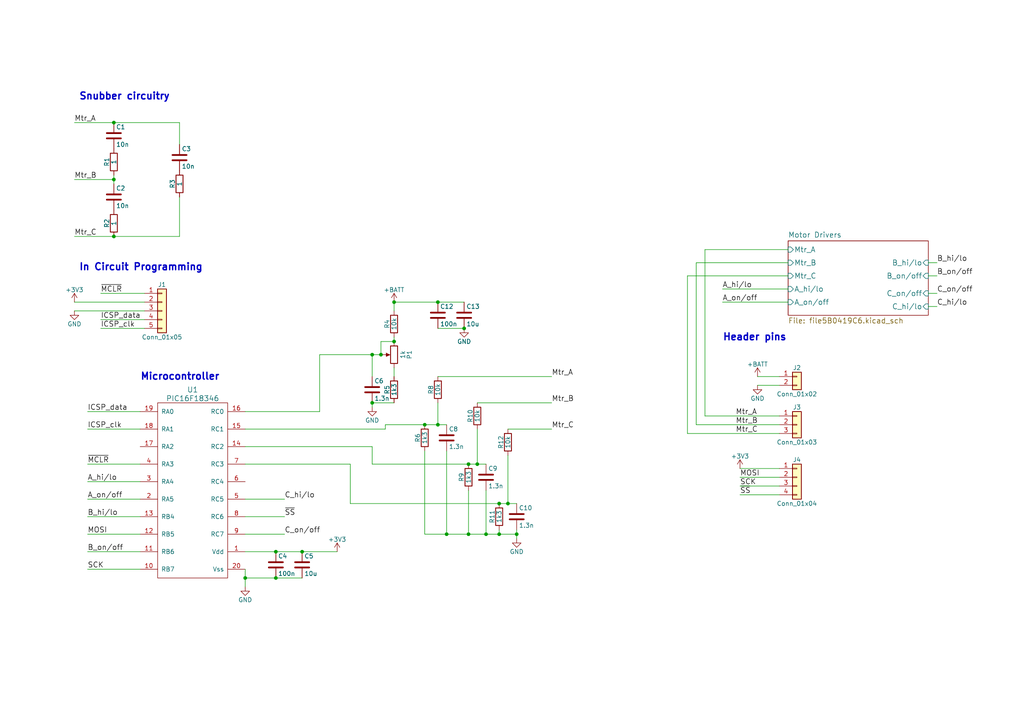
<source format=kicad_sch>
(kicad_sch (version 20211123) (generator eeschema)
  (paper "A4")
  (lib_symbols
    (symbol "ESC-rescue:+3.3V" (power) (pin_names (offset 0))
      (property "Value" "+3.3V" (at 0 3.556 0))
      (symbol "+3.3V_0_1"
        (polyline (pts (xy -0.762 1.27) (xy 0 2.54)))
        (polyline (pts (xy 0 0) (xy 0 2.54)))
        (polyline (pts (xy 0 2.54) (xy 0.762 1.27)))
      )
      (symbol "+3.3V_1_1"
        (pin power_in line (at 0 0 90) (length 0) hide (name "+3V3") (number "1"))
      )
    )
    (symbol "ESC-rescue:+BATT" (power) (pin_names (offset 0))
      (property "Value" "+BATT" (at 0 3.556 0))
      (symbol "+BATT_0_1"
        (polyline (pts (xy -0.762 1.27) (xy 0 2.54)))
        (polyline (pts (xy 0 0) (xy 0 2.54)))
        (polyline (pts (xy 0 2.54) (xy 0.762 1.27)))
      )
      (symbol "+BATT_1_1"
        (pin power_in line (at 0 0 90) (length 0) hide (name "+BATT") (number "1"))
      )
    )
    (symbol "ESC-rescue:C" (pin_numbers hide) (pin_names (offset 0.254))
      (property "Reference" "C" (at 0.635 2.54 0))
      (property "Value" "C" (at 0.635 -2.54 0))
      (symbol "C_0_1"
        (polyline (pts (xy -2.032 -0.762) (xy 2.032 -0.762)) (stroke (width 0.508)))
        (polyline (pts (xy -2.032 0.762) (xy 2.032 0.762)) (stroke (width 0.508)))
      )
      (symbol "C_1_1"
        (pin passive line (at 0 3.81 270) (length 2.794) (name "~") (number "1"))
        (pin passive line (at 0 -3.81 90) (length 2.794) (name "~") (number "2"))
      )
    )
    (symbol "ESC-rescue:Conn_01x02" (pin_names (offset 1.016) hide)
      (property "Reference" "J" (at 0 2.54 0))
      (property "Value" "Conn_01x02" (at 0 -5.08 0))
      (symbol "Conn_01x02_1_1"
        (rectangle (start -1.27 -2.413) (end 0 -2.667) (stroke (width 0.1524)))
        (rectangle (start -1.27 0.127) (end 0 -0.127) (stroke (width 0.1524)))
        (rectangle (start -1.27 1.27) (end 1.27 -3.81) (stroke (width 0.254)) (fill (type background)))
        (pin passive line (at -5.08 0 0) (length 3.81) (name "Pin_1") (number "1"))
        (pin passive line (at -5.08 -2.54 0) (length 3.81) (name "Pin_2") (number "2"))
      )
    )
    (symbol "ESC-rescue:Conn_01x03" (pin_names (offset 1.016) hide)
      (property "Reference" "J" (at 0 5.08 0))
      (property "Value" "Conn_01x03" (at 0 -5.08 0))
      (symbol "Conn_01x03_1_1"
        (rectangle (start -1.27 -2.413) (end 0 -2.667) (stroke (width 0.1524)))
        (rectangle (start -1.27 0.127) (end 0 -0.127) (stroke (width 0.1524)))
        (rectangle (start -1.27 2.667) (end 0 2.413) (stroke (width 0.1524)))
        (rectangle (start -1.27 3.81) (end 1.27 -3.81) (stroke (width 0.254)) (fill (type background)))
        (pin passive line (at -5.08 2.54 0) (length 3.81) (name "Pin_1") (number "1"))
        (pin passive line (at -5.08 0 0) (length 3.81) (name "Pin_2") (number "2"))
        (pin passive line (at -5.08 -2.54 0) (length 3.81) (name "Pin_3") (number "3"))
      )
    )
    (symbol "ESC-rescue:Conn_01x04" (pin_names (offset 1.016) hide)
      (property "Reference" "J" (at 0 5.08 0))
      (property "Value" "Conn_01x04" (at 0 -7.62 0))
      (symbol "Conn_01x04_1_1"
        (rectangle (start -1.27 -4.953) (end 0 -5.207) (stroke (width 0.1524)))
        (rectangle (start -1.27 -2.413) (end 0 -2.667) (stroke (width 0.1524)))
        (rectangle (start -1.27 0.127) (end 0 -0.127) (stroke (width 0.1524)))
        (rectangle (start -1.27 2.667) (end 0 2.413) (stroke (width 0.1524)))
        (rectangle (start -1.27 3.81) (end 1.27 -6.35) (stroke (width 0.254)) (fill (type background)))
        (pin passive line (at -5.08 2.54 0) (length 3.81) (name "Pin_1") (number "1"))
        (pin passive line (at -5.08 0 0) (length 3.81) (name "Pin_2") (number "2"))
        (pin passive line (at -5.08 -2.54 0) (length 3.81) (name "Pin_3") (number "3"))
        (pin passive line (at -5.08 -5.08 0) (length 3.81) (name "Pin_4") (number "4"))
      )
    )
    (symbol "ESC-rescue:Conn_01x05" (pin_names (offset 1.016) hide)
      (property "Reference" "J" (at 0 7.62 0))
      (property "Value" "Conn_01x05" (at 0 -7.62 0))
      (symbol "Conn_01x05_1_1"
        (rectangle (start -1.27 -4.953) (end 0 -5.207) (stroke (width 0.1524)))
        (rectangle (start -1.27 -2.413) (end 0 -2.667) (stroke (width 0.1524)))
        (rectangle (start -1.27 0.127) (end 0 -0.127) (stroke (width 0.1524)))
        (rectangle (start -1.27 2.667) (end 0 2.413) (stroke (width 0.1524)))
        (rectangle (start -1.27 5.207) (end 0 4.953) (stroke (width 0.1524)))
        (rectangle (start -1.27 6.35) (end 1.27 -6.35) (stroke (width 0.254)) (fill (type background)))
        (pin passive line (at -5.08 5.08 0) (length 3.81) (name "Pin_1") (number "1"))
        (pin passive line (at -5.08 2.54 0) (length 3.81) (name "Pin_2") (number "2"))
        (pin passive line (at -5.08 0 0) (length 3.81) (name "Pin_3") (number "3"))
        (pin passive line (at -5.08 -2.54 0) (length 3.81) (name "Pin_4") (number "4"))
        (pin passive line (at -5.08 -5.08 0) (length 3.81) (name "Pin_5") (number "5"))
      )
    )
    (symbol "ESC-rescue:GND" (power) (pin_names (offset 0))
      (property "Value" "GND" (at 0 -3.81 0))
      (symbol "GND_0_1"
        (polyline (pts (xy 0 0) (xy 0 -1.27) (xy 1.27 -1.27) (xy 0 -2.54) (xy -1.27 -1.27) (xy 0 -1.27)))
      )
      (symbol "GND_1_1"
        (pin power_in line (at 0 0 270) (length 0) hide (name "GND") (number "1"))
      )
    )
    (symbol "ESC-rescue:PIC16F18346" (pin_names (offset 1.016))
      (property "Reference" "U" (at 0 29.21 0))
      (property "Value" "PIC16F18346" (at 0 26.67 0))
      (symbol "PIC16F18346_0_1"
        (rectangle (start -10.16 25.4) (end 10.16 -25.4))
      )
      (symbol "PIC16F18346_1_1"
        (pin power_in line (at 15.24 -17.78 180) (length 5.08) (name "Vdd") (number "1"))
        (pin bidirectional line (at -15.24 -22.86 0) (length 5.08) (name "RB7") (number "10"))
        (pin bidirectional line (at -15.24 -17.78 0) (length 5.08) (name "RB6") (number "11"))
        (pin bidirectional line (at -15.24 -12.7 0) (length 5.08) (name "RB5") (number "12"))
        (pin bidirectional line (at -15.24 -7.62 0) (length 5.08) (name "RB4") (number "13"))
        (pin bidirectional line (at 15.24 12.7 180) (length 5.08) (name "RC2") (number "14"))
        (pin bidirectional line (at 15.24 17.78 180) (length 5.08) (name "RC1") (number "15"))
        (pin bidirectional line (at 15.24 22.86 180) (length 5.08) (name "RC0") (number "16"))
        (pin bidirectional line (at -15.24 12.7 0) (length 5.08) (name "RA2") (number "17"))
        (pin bidirectional line (at -15.24 17.78 0) (length 5.08) (name "RA1") (number "18"))
        (pin bidirectional line (at -15.24 22.86 0) (length 5.08) (name "RA0") (number "19"))
        (pin bidirectional line (at -15.24 -2.54 0) (length 5.08) (name "RA5") (number "2"))
        (pin power_in line (at 15.24 -22.86 180) (length 5.08) (name "Vss") (number "20"))
        (pin bidirectional line (at -15.24 2.54 0) (length 5.08) (name "RA4") (number "3"))
        (pin bidirectional line (at -15.24 7.62 0) (length 5.08) (name "RA3") (number "4"))
        (pin bidirectional line (at 15.24 -2.54 180) (length 5.08) (name "RC5") (number "5"))
        (pin bidirectional line (at 15.24 2.54 180) (length 5.08) (name "RC4") (number "6"))
        (pin bidirectional line (at 15.24 7.62 180) (length 5.08) (name "RC3") (number "7"))
        (pin bidirectional line (at 15.24 -7.62 180) (length 5.08) (name "RC6") (number "8"))
        (pin bidirectional line (at 15.24 -12.7 180) (length 5.08) (name "RC7") (number "9"))
      )
    )
    (symbol "ESC-rescue:POT" (pin_numbers hide) (pin_names (offset 1.016) hide)
      (property "Reference" "RV" (at -4.445 0 90))
      (property "Value" "POT" (at -2.54 0 90))
      (symbol "POT_0_1"
        (polyline (pts (xy 2.54 0) (xy 1.524 0)))
        (polyline (pts (xy 1.143 0) (xy 2.286 0.508) (xy 2.286 -0.508)) (fill (type outline)))
        (rectangle (start 1.016 2.54) (end -1.016 -2.54) (stroke (width 0.254)))
      )
      (symbol "POT_1_1"
        (pin passive line (at 0 3.81 270) (length 1.27) (name "1") (number "1"))
        (pin passive line (at 3.81 0 180) (length 1.27) (name "2") (number "2"))
        (pin passive line (at 0 -3.81 90) (length 1.27) (name "3") (number "3"))
      )
    )
    (symbol "ESC-rescue:R" (pin_numbers hide) (pin_names (offset 0))
      (property "Reference" "R" (at 2.032 0 90))
      (property "Value" "R" (at 0 0 90))
      (symbol "R_0_1"
        (rectangle (start -1.016 -2.54) (end 1.016 2.54) (stroke (width 0.254)))
      )
      (symbol "R_1_1"
        (pin passive line (at 0 3.81 270) (length 1.27) (name "~") (number "1"))
        (pin passive line (at 0 -3.81 90) (length 1.27) (name "~") (number "2"))
      )
    )
  )
  (junction (at 87.63 160.02))
  (junction (at 140.97 154.94))
  (junction (at 138.43 134.62))
  (junction (at 80.01 167.64))
  (junction (at 80.01 160.02))
  (junction (at 135.89 154.94))
  (junction (at 127 123.19))
  (junction (at 71.12 167.64))
  (junction (at 144.78 146.05))
  (junction (at 123.19 123.19))
  (junction (at 114.3 87.63))
  (junction (at 33.02 35.56))
  (junction (at 33.02 68.58))
  (junction (at 135.89 134.62))
  (junction (at 134.62 95.25))
  (junction (at 147.32 146.05))
  (junction (at 127 87.63))
  (junction (at 144.78 154.94))
  (junction (at 149.86 154.94))
  (junction (at 129.54 154.94))
  (junction (at 110.49 102.87))
  (junction (at 114.3 99.06))
  (junction (at 107.95 116.84))
  (junction (at 107.95 102.87))
  (junction (at 33.02 52.07))
  (wire (pts (xy 214.63 140.97) (xy 226.06 140.97)))
  (wire (pts (xy 138.43 124.46) (xy 138.43 134.62)))
  (wire (pts (xy 214.63 135.89) (xy 226.06 135.89)))
  (wire (pts (xy 135.89 134.62) (xy 138.43 134.62)))
  (wire (pts (xy 101.6 146.05) (xy 144.78 146.05)))
  (wire (pts (xy 147.32 124.46) (xy 160.02 124.46)))
  (wire (pts (xy 40.64 160.02) (xy 25.4 160.02)))
  (wire (pts (xy 52.07 35.56) (xy 52.07 41.91)))
  (wire (pts (xy 110.49 99.06) (xy 114.3 99.06)))
  (wire (pts (xy 40.64 119.38) (xy 25.4 119.38)))
  (wire (pts (xy 71.12 154.94) (xy 82.55 154.94)))
  (wire (pts (xy 228.6 87.63) (xy 209.55 87.63)))
  (wire (pts (xy 71.12 144.78) (xy 82.55 144.78)))
  (wire (pts (xy 129.54 154.94) (xy 129.54 130.81)))
  (wire (pts (xy 199.39 125.73) (xy 226.06 125.73)))
  (wire (pts (xy 40.64 134.62) (xy 25.4 134.62)))
  (wire (pts (xy 21.59 35.56) (xy 33.02 35.56)))
  (wire (pts (xy 147.32 132.08) (xy 147.32 146.05)))
  (wire (pts (xy 127 87.63) (xy 134.62 87.63)))
  (wire (pts (xy 201.93 123.19) (xy 226.06 123.19)))
  (wire (pts (xy 127 123.19) (xy 129.54 123.19)))
  (wire (pts (xy 107.95 118.11) (xy 107.95 116.84)))
  (wire (pts (xy 144.78 146.05) (xy 147.32 146.05)))
  (wire (pts (xy 92.71 102.87) (xy 92.71 119.38)))
  (wire (pts (xy 40.64 124.46) (xy 25.4 124.46)))
  (wire (pts (xy 204.47 120.65) (xy 204.47 72.39)))
  (wire (pts (xy 41.91 95.25) (xy 29.21 95.25)))
  (wire (pts (xy 201.93 76.2) (xy 228.6 76.2)))
  (wire (pts (xy 199.39 80.01) (xy 228.6 80.01)))
  (wire (pts (xy 33.02 50.8) (xy 33.02 52.07)))
  (wire (pts (xy 127 95.25) (xy 134.62 95.25)))
  (wire (pts (xy 149.86 154.94) (xy 149.86 156.21)))
  (wire (pts (xy 71.12 160.02) (xy 80.01 160.02)))
  (wire (pts (xy 33.02 35.56) (xy 52.07 35.56)))
  (wire (pts (xy 114.3 87.63) (xy 114.3 90.17)))
  (wire (pts (xy 71.12 167.64) (xy 71.12 170.18)))
  (wire (pts (xy 71.12 124.46) (xy 111.76 124.46)))
  (wire (pts (xy 80.01 160.02) (xy 87.63 160.02)))
  (wire (pts (xy 40.64 144.78) (xy 25.4 144.78)))
  (wire (pts (xy 204.47 120.65) (xy 226.06 120.65)))
  (wire (pts (xy 140.97 154.94) (xy 144.78 154.94)))
  (wire (pts (xy 110.49 102.87) (xy 110.49 99.06)))
  (wire (pts (xy 40.64 154.94) (xy 25.4 154.94)))
  (wire (pts (xy 226.06 143.51) (xy 214.63 143.51)))
  (wire (pts (xy 129.54 154.94) (xy 135.89 154.94)))
  (wire (pts (xy 41.91 90.17) (xy 21.59 90.17)))
  (wire (pts (xy 92.71 102.87) (xy 107.95 102.87)))
  (wire (pts (xy 127 109.22) (xy 160.02 109.22)))
  (wire (pts (xy 71.12 165.1) (xy 71.12 167.64)))
  (wire (pts (xy 41.91 92.71) (xy 29.21 92.71)))
  (wire (pts (xy 147.32 146.05) (xy 149.86 146.05)))
  (wire (pts (xy 135.89 142.24) (xy 135.89 154.94)))
  (wire (pts (xy 107.95 134.62) (xy 135.89 134.62)))
  (wire (pts (xy 87.63 160.02) (xy 97.79 160.02)))
  (wire (pts (xy 107.95 102.87) (xy 107.95 109.22)))
  (wire (pts (xy 199.39 125.73) (xy 199.39 80.01)))
  (wire (pts (xy 226.06 138.43) (xy 214.63 138.43)))
  (wire (pts (xy 135.89 154.94) (xy 140.97 154.94)))
  (wire (pts (xy 33.02 52.07) (xy 21.59 52.07)))
  (wire (pts (xy 41.91 87.63) (xy 21.59 87.63)))
  (wire (pts (xy 33.02 52.07) (xy 33.02 53.34)))
  (wire (pts (xy 107.95 129.54) (xy 71.12 129.54)))
  (wire (pts (xy 111.76 123.19) (xy 123.19 123.19)))
  (wire (pts (xy 204.47 72.39) (xy 228.6 72.39)))
  (wire (pts (xy 144.78 154.94) (xy 149.86 154.94)))
  (wire (pts (xy 107.95 116.84) (xy 114.3 116.84)))
  (wire (pts (xy 107.95 102.87) (xy 110.49 102.87)))
  (wire (pts (xy 123.19 154.94) (xy 129.54 154.94)))
  (wire (pts (xy 269.24 76.2) (xy 271.78 76.2)))
  (wire (pts (xy 71.12 167.64) (xy 80.01 167.64)))
  (wire (pts (xy 114.3 106.68) (xy 114.3 109.22)))
  (wire (pts (xy 107.95 134.62) (xy 107.95 129.54)))
  (wire (pts (xy 40.64 139.7) (xy 25.4 139.7)))
  (wire (pts (xy 21.59 68.58) (xy 33.02 68.58)))
  (wire (pts (xy 92.71 119.38) (xy 71.12 119.38)))
  (wire (pts (xy 269.24 88.9) (xy 271.78 88.9)))
  (wire (pts (xy 101.6 134.62) (xy 71.12 134.62)))
  (wire (pts (xy 140.97 154.94) (xy 140.97 142.24)))
  (wire (pts (xy 41.91 85.09) (xy 29.21 85.09)))
  (wire (pts (xy 219.71 109.22) (xy 226.06 109.22)))
  (wire (pts (xy 209.55 83.82) (xy 228.6 83.82)))
  (wire (pts (xy 123.19 123.19) (xy 127 123.19)))
  (wire (pts (xy 127 116.84) (xy 127 123.19)))
  (wire (pts (xy 111.76 124.46) (xy 111.76 123.19)))
  (wire (pts (xy 144.78 153.67) (xy 144.78 154.94)))
  (wire (pts (xy 149.86 153.67) (xy 149.86 154.94)))
  (wire (pts (xy 80.01 167.64) (xy 87.63 167.64)))
  (wire (pts (xy 114.3 99.06) (xy 114.3 97.79)))
  (wire (pts (xy 101.6 146.05) (xy 101.6 134.62)))
  (wire (pts (xy 138.43 134.62) (xy 140.97 134.62)))
  (wire (pts (xy 123.19 130.81) (xy 123.19 154.94)))
  (wire (pts (xy 201.93 123.19) (xy 201.93 76.2)))
  (wire (pts (xy 40.64 149.86) (xy 25.4 149.86)))
  (wire (pts (xy 71.12 149.86) (xy 82.55 149.86)))
  (wire (pts (xy 52.07 68.58) (xy 52.07 57.15)))
  (wire (pts (xy 40.64 165.1) (xy 25.4 165.1)))
  (wire (pts (xy 226.06 111.76) (xy 219.71 111.76)))
  (wire (pts (xy 269.24 80.01) (xy 271.78 80.01)))
  (wire (pts (xy 269.24 85.09) (xy 271.78 85.09)))
  (wire (pts (xy 114.3 87.63) (xy 127 87.63)))
  (wire (pts (xy 33.02 68.58) (xy 52.07 68.58)))
  (wire (pts (xy 138.43 116.84) (xy 160.02 116.84)))
  (text "In Circuit Programming" (at 22.86 78.74 0) (effects (font (size 2.0066 2.0066) (thickness 0.4013) bold) (justify left bottom)))
  (text "Header pins" (at 209.55 99.06 0) (effects (font (size 2.0066 2.0066) (thickness 0.4013) bold) (justify left bottom)))
  (text "Microcontroller" (at 40.64 110.49 0) (effects (font (size 2.0066 2.0066) (thickness 0.4013) bold) (justify left bottom)))
  (text "Snubber circuitry" (at 22.86 29.21 0) (effects (font (size 2.0066 2.0066) (thickness 0.4013) bold) (justify left bottom)))
  (label "Mtr_A" (at 213.36 120.65 0) (effects (font (size 1.524 1.524))))
  (label "B_on/off" (at 25.4 160.02 0) (effects (font (size 1.524 1.524))))
  (label "Mtr_B" (at 213.36 123.19 0) (effects (font (size 1.524 1.524))))
  (label "B_hi/lo" (at 25.4 149.86 0) (effects (font (size 1.524 1.524))))
  (label "Mtr_B" (at 21.59 52.07 0) (effects (font (size 1.524 1.524))))
  (label "~{SS}" (at 214.63 143.51 0) (effects (font (size 1.524 1.524))))
  (label "C_on/off" (at 271.78 85.09 0) (effects (font (size 1.524 1.524))))
  (label "A_hi/lo" (at 25.4 139.7 0) (effects (font (size 1.524 1.524))))
  (label "Mtr_B" (at 160.02 116.84 0) (effects (font (size 1.524 1.524))))
  (label "Mtr_C" (at 213.36 125.73 0) (effects (font (size 1.524 1.524))))
  (label "A_on/off" (at 209.55 87.63 0) (effects (font (size 1.524 1.524))))
  (label "A_hi/lo" (at 209.55 83.82 0) (effects (font (size 1.524 1.524))))
  (label "~{MCLR}" (at 25.4 134.62 0) (effects (font (size 1.524 1.524))))
  (label "~{MCLR}" (at 29.21 85.09 0) (effects (font (size 1.524 1.524))))
  (label "Mtr_A" (at 160.02 109.22 0) (effects (font (size 1.524 1.524))))
  (label "ICSP_data" (at 25.4 119.38 0) (effects (font (size 1.524 1.524))))
  (label "B_on/off" (at 271.78 80.01 0) (effects (font (size 1.524 1.524))))
  (label "C_on/off" (at 82.55 154.94 0) (effects (font (size 1.524 1.524))))
  (label "C_hi/lo" (at 271.78 88.9 0) (effects (font (size 1.524 1.524))))
  (label "C_hi/lo" (at 82.55 144.78 0) (effects (font (size 1.524 1.524))))
  (label "MOSI" (at 25.4 154.94 0) (effects (font (size 1.524 1.524))))
  (label "ICSP_data" (at 29.21 92.71 0) (effects (font (size 1.524 1.524))))
  (label "SCK" (at 214.63 140.97 0) (effects (font (size 1.524 1.524))))
  (label "MOSI" (at 214.63 138.43 0) (effects (font (size 1.524 1.524))))
  (label "A_on/off" (at 25.4 144.78 0) (effects (font (size 1.524 1.524))))
  (label "B_hi/lo" (at 271.78 76.2 0) (effects (font (size 1.524 1.524))))
  (label "ICSP_clk" (at 25.4 124.46 0) (effects (font (size 1.524 1.524))))
  (label "~{SS}" (at 82.55 149.86 0) (effects (font (size 1.524 1.524))))
  (label "Mtr_A" (at 21.59 35.56 0) (effects (font (size 1.524 1.524))))
  (label "Mtr_C" (at 160.02 124.46 0) (effects (font (size 1.524 1.524))))
  (label "Mtr_C" (at 21.59 68.58 0) (effects (font (size 1.524 1.524))))
  (label "SCK" (at 25.4 165.1 0) (effects (font (size 1.524 1.524))))
  (label "ICSP_clk" (at 29.21 95.25 0) (effects (font (size 1.524 1.524))))
  (symbol (lib_id "ESC-rescue:PIC16F18346") (at 55.88 142.24 0) (unit 1)
    (property "Reference" "U1" (at 55.88 113.03 0) (effects (font (size 1.524 1.524))))
    (property "Value" "PIC16F18346" (at 55.88 115.57 0) (effects (font (size 1.524 1.524))))
    (property "Footprint" "Housings_SOIC:SOIC-20W_7.5x12.8mm_Pitch1.27mm" (effects hide))
  )
  (symbol (lib_id "ESC-rescue:GND") (at 71.12 170.18 0) (unit 1)
    (property "Reference" "#PWR01" (effects hide))
    (property "Value" "GND" (at 71.12 173.99 0))
  )
  (symbol (lib_id "ESC-rescue:+3.3V") (at 97.79 160.02 0) (unit 1)
    (property "Reference" "#PWR02" (effects hide))
    (property "Value" "+3.3V" (at 97.79 156.464 0))
  )
  (symbol (lib_id "ESC-rescue:C") (at 80.01 163.83 0) (unit 1)
    (property "Reference" "C4" (at 80.645 161.29 0) (effects (justify left)))
    (property "Value" "100n" (at 80.645 166.37 0) (effects (justify left)))
    (property "Footprint" "Capacitors_SMD:C_0603_HandSoldering" (effects hide))
  )
  (symbol (lib_id "ESC-rescue:Conn_01x03") (at 231.14 123.19 0) (unit 1)
    (property "Reference" "J3" (at 231.14 118.11 0))
    (property "Value" "Conn_01x03" (at 231.14 128.27 0))
    (property "Footprint" "ESC_footprints:Wire-to-board_1x3" (effects hide))
  )
  (symbol (lib_id "ESC-rescue:Conn_01x02") (at 231.14 109.22 0) (unit 1)
    (property "Reference" "J2" (at 231.14 106.68 0))
    (property "Value" "Conn_01x02" (at 231.14 114.3 0))
    (property "Footprint" "ESC_footprints:Wire-to-board_1x2" (effects hide))
  )
  (symbol (lib_id "ESC-rescue:C") (at 107.95 113.03 0) (unit 1)
    (property "Reference" "C6" (at 108.585 110.49 0) (effects (justify left)))
    (property "Value" "1.3n" (at 108.585 115.57 0) (effects (justify left)))
    (property "Footprint" "Capacitors_SMD:C_0603_HandSoldering" (effects hide))
  )
  (symbol (lib_id "ESC-rescue:R") (at 144.78 149.86 180) (unit 1)
    (property "Reference" "R11" (at 142.748 149.86 90))
    (property "Value" "1k3" (at 144.78 149.86 90))
    (property "Footprint" "Resistors_SMD:R_0603_HandSoldering" (effects hide))
  )
  (symbol (lib_id "ESC-rescue:R") (at 135.89 138.43 180) (unit 1)
    (property "Reference" "R9" (at 133.858 138.43 90))
    (property "Value" "1k3" (at 135.89 138.43 90))
    (property "Footprint" "Resistors_SMD:R_0603_HandSoldering" (effects hide))
  )
  (symbol (lib_id "ESC-rescue:R") (at 123.19 127 180) (unit 1)
    (property "Reference" "R6" (at 121.158 127 90))
    (property "Value" "1k3" (at 123.19 127 90))
    (property "Footprint" "Resistors_SMD:R_0603_HandSoldering" (effects hide))
  )
  (symbol (lib_id "ESC-rescue:Conn_01x04") (at 231.14 138.43 0) (unit 1)
    (property "Reference" "J4" (at 231.14 133.35 0))
    (property "Value" "Conn_01x04" (at 231.14 146.05 0))
    (property "Footprint" "ESC_footprints:Wire_to_board_cluster__4" (effects hide))
  )
  (symbol (lib_id "ESC-rescue:GND") (at 107.95 118.11 0) (unit 1)
    (property "Reference" "#PWR03" (effects hide))
    (property "Value" "GND" (at 107.95 121.92 0))
  )
  (symbol (lib_id "ESC-rescue:R") (at 127 113.03 180) (unit 1)
    (property "Reference" "R8" (at 124.968 113.03 90))
    (property "Value" "10k" (at 127 113.03 90))
    (property "Footprint" "Resistors_SMD:R_0603_HandSoldering" (effects hide))
  )
  (symbol (lib_id "ESC-rescue:R") (at 138.43 120.65 180) (unit 1)
    (property "Reference" "R10" (at 136.398 120.65 90))
    (property "Value" "10k" (at 138.43 120.65 90))
    (property "Footprint" "Resistors_SMD:R_0603_HandSoldering" (effects hide))
  )
  (symbol (lib_id "ESC-rescue:R") (at 147.32 128.27 180) (unit 1)
    (property "Reference" "R12" (at 145.288 128.27 90))
    (property "Value" "10k" (at 147.32 128.27 90))
    (property "Footprint" "Resistors_SMD:R_0603_HandSoldering" (effects hide))
  )
  (symbol (lib_id "ESC-rescue:C") (at 149.86 149.86 0) (unit 1)
    (property "Reference" "C10" (at 150.495 147.32 0) (effects (justify left)))
    (property "Value" "1.3n" (at 150.495 152.4 0) (effects (justify left)))
    (property "Footprint" "Capacitors_SMD:C_0603_HandSoldering" (effects hide))
  )
  (symbol (lib_id "ESC-rescue:C") (at 129.54 127 0) (unit 1)
    (property "Reference" "C8" (at 130.175 124.46 0) (effects (justify left)))
    (property "Value" "1.3n" (at 130.175 129.54 0) (effects (justify left)))
    (property "Footprint" "Capacitors_SMD:C_0603_HandSoldering" (effects hide))
  )
  (symbol (lib_id "ESC-rescue:C") (at 140.97 138.43 0) (unit 1)
    (property "Reference" "C9" (at 141.605 135.89 0) (effects (justify left)))
    (property "Value" "1.3n" (at 141.605 140.97 0) (effects (justify left)))
    (property "Footprint" "Capacitors_SMD:C_0603_HandSoldering" (effects hide))
  )
  (symbol (lib_id "ESC-rescue:GND") (at 149.86 156.21 0) (unit 1)
    (property "Reference" "#PWR04" (effects hide))
    (property "Value" "GND" (at 149.86 160.02 0))
  )
  (symbol (lib_id "ESC-rescue:R") (at 114.3 113.03 180) (unit 1)
    (property "Reference" "R5" (at 112.268 113.03 90))
    (property "Value" "1k3" (at 114.3 113.03 90))
    (property "Footprint" "Resistors_SMD:R_0603_HandSoldering" (effects hide))
  )
  (symbol (lib_id "ESC-rescue:R") (at 114.3 93.98 180) (unit 1)
    (property "Reference" "R4" (at 112.268 93.98 90))
    (property "Value" "10k" (at 114.3 93.98 90))
    (property "Footprint" "Resistors_SMD:R_0603_HandSoldering" (effects hide))
  )
  (symbol (lib_id "ESC-rescue:+BATT") (at 114.3 87.63 0) (unit 1)
    (property "Reference" "#PWR05" (effects hide))
    (property "Value" "+BATT" (at 114.3 84.074 0))
  )
  (symbol (lib_id "ESC-rescue:POT") (at 114.3 102.87 180) (unit 1)
    (property "Reference" "P1" (at 118.745 102.87 90))
    (property "Value" "1k" (at 116.84 102.87 90))
    (property "Footprint" "ESC_footprints:Potentiometer_Trimmer_Bourns_3223W" (effects hide))
  )
  (symbol (lib_id "ESC-rescue:+3.3V") (at 21.59 87.63 0) (unit 1)
    (property "Reference" "#PWR06" (effects hide))
    (property "Value" "+3.3V" (at 21.59 84.074 0))
  )
  (symbol (lib_id "ESC-rescue:GND") (at 21.59 90.17 0) (unit 1)
    (property "Reference" "#PWR07" (effects hide))
    (property "Value" "GND" (at 21.59 93.98 0))
  )
  (symbol (lib_id "ESC-rescue:C") (at 33.02 39.37 0) (unit 1)
    (property "Reference" "C1" (at 33.655 36.83 0) (effects (justify left)))
    (property "Value" "10n" (at 33.655 41.91 0) (effects (justify left)))
    (property "Footprint" "Capacitors_SMD:C_0603_HandSoldering" (effects hide))
  )
  (symbol (lib_id "ESC-rescue:R") (at 33.02 46.99 180) (unit 1)
    (property "Reference" "R1" (at 30.988 46.99 90))
    (property "Value" "1" (at 33.02 46.99 90))
    (property "Footprint" "Resistors_SMD:R_0603_HandSoldering" (effects hide))
  )
  (symbol (lib_id "ESC-rescue:C") (at 33.02 57.15 0) (unit 1)
    (property "Reference" "C2" (at 33.655 54.61 0) (effects (justify left)))
    (property "Value" "10n" (at 33.655 59.69 0) (effects (justify left)))
    (property "Footprint" "Capacitors_SMD:C_0603_HandSoldering" (effects hide))
  )
  (symbol (lib_id "ESC-rescue:R") (at 33.02 64.77 180) (unit 1)
    (property "Reference" "R2" (at 30.988 64.77 90))
    (property "Value" "1" (at 33.02 64.77 90))
    (property "Footprint" "Resistors_SMD:R_0603_HandSoldering" (effects hide))
  )
  (symbol (lib_id "ESC-rescue:C") (at 52.07 45.72 0) (unit 1)
    (property "Reference" "C3" (at 52.705 43.18 0) (effects (justify left)))
    (property "Value" "10n" (at 52.705 48.26 0) (effects (justify left)))
    (property "Footprint" "Capacitors_SMD:C_0603_HandSoldering" (effects hide))
  )
  (symbol (lib_id "ESC-rescue:R") (at 52.07 53.34 180) (unit 1)
    (property "Reference" "R3" (at 50.038 53.34 90))
    (property "Value" "1" (at 52.07 53.34 90))
    (property "Footprint" "Resistors_SMD:R_0603_HandSoldering" (effects hide))
  )
  (symbol (lib_id "ESC-rescue:C") (at 87.63 163.83 0) (unit 1)
    (property "Reference" "C5" (at 88.265 161.29 0) (effects (justify left)))
    (property "Value" "10u" (at 88.265 166.37 0) (effects (justify left)))
    (property "Footprint" "Capacitors_SMD:C_0603_HandSoldering" (effects hide))
  )
  (symbol (lib_id "ESC-rescue:+BATT") (at 219.71 109.22 0) (unit 1)
    (property "Reference" "#PWR08" (effects hide))
    (property "Value" "+BATT" (at 219.71 105.664 0))
  )
  (symbol (lib_id "ESC-rescue:GND") (at 219.71 111.76 0) (unit 1)
    (property "Reference" "#PWR09" (effects hide))
    (property "Value" "GND" (at 219.71 115.57 0))
  )
  (symbol (lib_id "ESC-rescue:+3.3V") (at 214.63 135.89 0) (unit 1)
    (property "Reference" "#PWR010" (effects hide))
    (property "Value" "+3.3V" (at 214.63 132.334 0))
  )
  (symbol (lib_id "ESC-rescue:Conn_01x05") (at 46.99 90.17 0) (unit 1)
    (property "Reference" "J1" (at 46.99 82.55 0))
    (property "Value" "Conn_01x05" (at 46.99 97.79 0))
    (property "Footprint" "ESC_footprints:Male_header_pins_1x5" (effects hide))
  )
  (symbol (lib_id "ESC-rescue:C") (at 127 91.44 0) (unit 1)
    (property "Reference" "C12" (at 127.635 88.9 0) (effects (justify left)))
    (property "Value" "100n" (at 127.635 93.98 0) (effects (justify left)))
    (property "Footprint" "Capacitors_SMD:C_0603_HandSoldering" (effects hide))
  )
  (symbol (lib_id "ESC-rescue:C") (at 134.62 91.44 0) (unit 1)
    (property "Reference" "C13" (at 135.255 88.9 0) (effects (justify left)))
    (property "Value" "10u" (at 135.255 93.98 0) (effects (justify left)))
    (property "Footprint" "Capacitors_SMD:C_0603_HandSoldering" (effects hide))
  )
  (symbol (lib_id "ESC-rescue:GND") (at 134.62 95.25 0) (unit 1)
    (property "Reference" "#PWR011" (effects hide))
    (property "Value" "GND" (at 134.62 99.06 0))
  )
  (sheet (at 228.6 69.85) (size 40.64 21.59)
    (property "Sheet name" "Motor Drivers" (at 228.6 69.0114 0) (effects (font (size 1.524 1.524)) (justify left bottom)))
    (property "Sheet file" "file5B0419C6.kicad_sch" (at 228.6 92.1262 0) (effects (font (size 1.524 1.524)) (justify left top)))
    (pin "Mtr_A" input (at 228.6 72.39 180) (effects (font (size 1.524 1.524))))
    (pin "Mtr_B" input (at 228.6 76.2 180) (effects (font (size 1.524 1.524))))
    (pin "Mtr_C" input (at 228.6 80.01 180) (effects (font (size 1.524 1.524))))
    (pin "A_hi/lo" input (at 228.6 83.82 180) (effects (font (size 1.524 1.524))))
    (pin "A_on/off" input (at 228.6 87.63 180) (effects (font (size 1.524 1.524))))
    (pin "C_hi/lo" input (at 269.24 88.9 0) (effects (font (size 1.524 1.524))))
    (pin "C_on/off" input (at 269.24 85.09 0) (effects (font (size 1.524 1.524))))
    (pin "B_hi/lo" input (at 269.24 76.2 0) (effects (font (size 1.524 1.524))))
    (pin "B_on/off" input (at 269.24 80.01 0) (effects (font (size 1.524 1.524))))
  )
)
</source>
